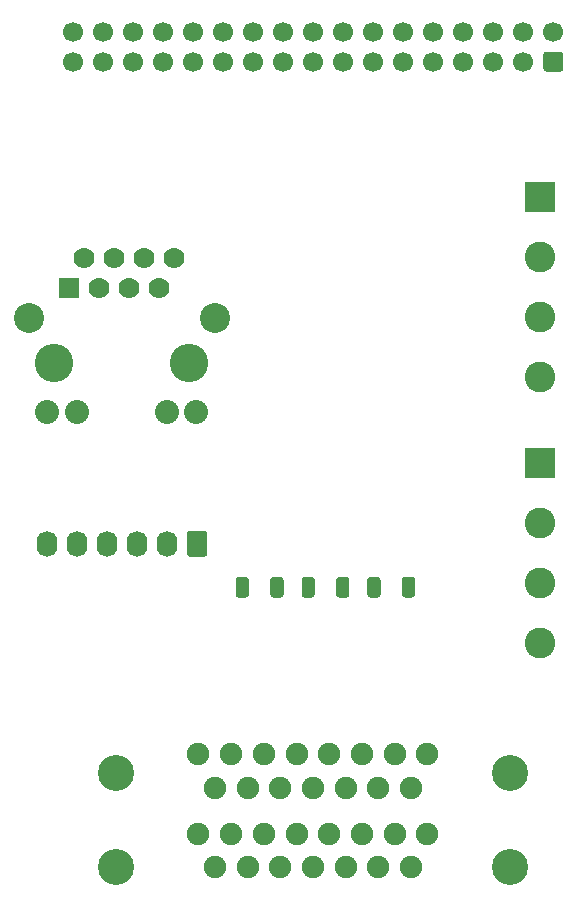
<source format=gbr>
%TF.GenerationSoftware,KiCad,Pcbnew,(5.1.9)-1*%
%TF.CreationDate,2021-06-09T13:11:05-04:00*%
%TF.ProjectId,encoder signal conditioner_rev7,656e636f-6465-4722-9073-69676e616c20,rev?*%
%TF.SameCoordinates,Original*%
%TF.FileFunction,Soldermask,Bot*%
%TF.FilePolarity,Negative*%
%FSLAX46Y46*%
G04 Gerber Fmt 4.6, Leading zero omitted, Abs format (unit mm)*
G04 Created by KiCad (PCBNEW (5.1.9)-1) date 2021-06-09 13:11:05*
%MOMM*%
%LPD*%
G01*
G04 APERTURE LIST*
%ADD10C,3.050000*%
%ADD11C,1.900000*%
%ADD12O,1.740000X2.190000*%
%ADD13C,2.600000*%
%ADD14R,2.600000X2.600000*%
%ADD15C,3.251200*%
%ADD16C,2.540000*%
%ADD17C,2.032000*%
%ADD18C,1.778000*%
%ADD19R,1.778000X1.778000*%
%ADD20C,1.700000*%
G04 APERTURE END LIST*
D10*
%TO.C,U1*%
X144170540Y-122120400D03*
X110850540Y-122120400D03*
X144170540Y-114120400D03*
X110850540Y-114120400D03*
D11*
X117829540Y-112530400D03*
X117829540Y-119280400D03*
X119214540Y-115370400D03*
X120599540Y-112530400D03*
X121984540Y-115370400D03*
X123369540Y-112530400D03*
X124754540Y-115370400D03*
X126139540Y-112530400D03*
X127524540Y-115370400D03*
X128909540Y-112530400D03*
X130294540Y-115370400D03*
X131679540Y-112530400D03*
X133064540Y-115370400D03*
X134449540Y-112530400D03*
X135834540Y-115370400D03*
X137219540Y-112530400D03*
X119214540Y-122120400D03*
X120599540Y-119280400D03*
X121984540Y-122120400D03*
X123369540Y-119280400D03*
X124754540Y-122120400D03*
X126139540Y-119280400D03*
X127524540Y-122120400D03*
X128909540Y-119280400D03*
X130294540Y-122120400D03*
X131679540Y-119280400D03*
X133064540Y-122120400D03*
X134449540Y-119280400D03*
X135834540Y-122120400D03*
X137219540Y-119280400D03*
%TD*%
D12*
%TO.C,J2*%
X105008600Y-94714060D03*
X107548600Y-94714060D03*
X110088600Y-94714060D03*
X112628600Y-94714060D03*
X115168600Y-94714060D03*
G36*
G01*
X118578600Y-93869059D02*
X118578600Y-95559061D01*
G75*
G02*
X118328601Y-95809060I-249999J0D01*
G01*
X117088599Y-95809060D01*
G75*
G02*
X116838600Y-95559061I0J249999D01*
G01*
X116838600Y-93869059D01*
G75*
G02*
X117088599Y-93619060I249999J0D01*
G01*
X118328601Y-93619060D01*
G75*
G02*
X118578600Y-93869059I0J-249999D01*
G01*
G37*
%TD*%
D13*
%TO.C,J4*%
X146740880Y-80571340D03*
X146740880Y-75491340D03*
X146740880Y-70411340D03*
D14*
X146740880Y-65331340D03*
%TD*%
D13*
%TO.C,J5*%
X146740880Y-103164640D03*
X146740880Y-98084640D03*
X146740880Y-93004640D03*
D14*
X146740880Y-87924640D03*
%TD*%
%TO.C,120*%
G36*
G01*
X120981580Y-99027142D02*
X120981580Y-97777138D01*
G75*
G02*
X121231578Y-97527140I249998J0D01*
G01*
X121856582Y-97527140D01*
G75*
G02*
X122106580Y-97777138I0J-249998D01*
G01*
X122106580Y-99027142D01*
G75*
G02*
X121856582Y-99277140I-249998J0D01*
G01*
X121231578Y-99277140D01*
G75*
G02*
X120981580Y-99027142I0J249998D01*
G01*
G37*
G36*
G01*
X123906580Y-99027142D02*
X123906580Y-97777138D01*
G75*
G02*
X124156578Y-97527140I249998J0D01*
G01*
X124781582Y-97527140D01*
G75*
G02*
X125031580Y-97777138I0J-249998D01*
G01*
X125031580Y-99027142D01*
G75*
G02*
X124781582Y-99277140I-249998J0D01*
G01*
X124156578Y-99277140D01*
G75*
G02*
X123906580Y-99027142I0J249998D01*
G01*
G37*
%TD*%
%TO.C,120*%
G36*
G01*
X129477070Y-99027142D02*
X129477070Y-97777138D01*
G75*
G02*
X129727068Y-97527140I249998J0D01*
G01*
X130352072Y-97527140D01*
G75*
G02*
X130602070Y-97777138I0J-249998D01*
G01*
X130602070Y-99027142D01*
G75*
G02*
X130352072Y-99277140I-249998J0D01*
G01*
X129727068Y-99277140D01*
G75*
G02*
X129477070Y-99027142I0J249998D01*
G01*
G37*
G36*
G01*
X126552070Y-99027142D02*
X126552070Y-97777138D01*
G75*
G02*
X126802068Y-97527140I249998J0D01*
G01*
X127427072Y-97527140D01*
G75*
G02*
X127677070Y-97777138I0J-249998D01*
G01*
X127677070Y-99027142D01*
G75*
G02*
X127427072Y-99277140I-249998J0D01*
G01*
X126802068Y-99277140D01*
G75*
G02*
X126552070Y-99027142I0J249998D01*
G01*
G37*
%TD*%
%TO.C,120*%
G36*
G01*
X135047560Y-99027142D02*
X135047560Y-97777138D01*
G75*
G02*
X135297558Y-97527140I249998J0D01*
G01*
X135922562Y-97527140D01*
G75*
G02*
X136172560Y-97777138I0J-249998D01*
G01*
X136172560Y-99027142D01*
G75*
G02*
X135922562Y-99277140I-249998J0D01*
G01*
X135297558Y-99277140D01*
G75*
G02*
X135047560Y-99027142I0J249998D01*
G01*
G37*
G36*
G01*
X132122560Y-99027142D02*
X132122560Y-97777138D01*
G75*
G02*
X132372558Y-97527140I249998J0D01*
G01*
X132997562Y-97527140D01*
G75*
G02*
X133247560Y-97777138I0J-249998D01*
G01*
X133247560Y-99027142D01*
G75*
G02*
X132997562Y-99277140I-249998J0D01*
G01*
X132372558Y-99277140D01*
G75*
G02*
X132122560Y-99027142I0J249998D01*
G01*
G37*
%TD*%
D15*
%TO.C,J1*%
X117068600Y-79451200D03*
X105638600Y-79451200D03*
D16*
X119227600Y-75565000D03*
X103479600Y-75565000D03*
D17*
X115138200Y-83566000D03*
X117652800Y-83566000D03*
X107543600Y-83566000D03*
X105029000Y-83566000D03*
D18*
X115798600Y-70561200D03*
X114528600Y-73101200D03*
X113258600Y-70561200D03*
X111988600Y-73101200D03*
X110718600Y-70561200D03*
X109448600Y-73101200D03*
X108178600Y-70561200D03*
D19*
X106908600Y-73101200D03*
%TD*%
D20*
%TO.C,J3*%
X107231180Y-51358800D03*
X109771180Y-51358800D03*
X112311180Y-51358800D03*
X114851180Y-51358800D03*
X117391180Y-51358800D03*
X119931180Y-51358800D03*
X122471180Y-51358800D03*
X125011180Y-51358800D03*
X127551180Y-51358800D03*
X130091180Y-51358800D03*
X132631180Y-51358800D03*
X135171180Y-51358800D03*
X137711180Y-51358800D03*
X140251180Y-51358800D03*
X142791180Y-51358800D03*
X145331180Y-51358800D03*
X147871180Y-51358800D03*
X107231180Y-53898800D03*
X109771180Y-53898800D03*
X112311180Y-53898800D03*
X114851180Y-53898800D03*
X117391180Y-53898800D03*
X119931180Y-53898800D03*
X122471180Y-53898800D03*
X125011180Y-53898800D03*
X127551180Y-53898800D03*
X130091180Y-53898800D03*
X132631180Y-53898800D03*
X135171180Y-53898800D03*
X137711180Y-53898800D03*
X140251180Y-53898800D03*
X142791180Y-53898800D03*
X145331180Y-53898800D03*
G36*
G01*
X148471180Y-54748800D02*
X147271180Y-54748800D01*
G75*
G02*
X147021180Y-54498800I0J250000D01*
G01*
X147021180Y-53298800D01*
G75*
G02*
X147271180Y-53048800I250000J0D01*
G01*
X148471180Y-53048800D01*
G75*
G02*
X148721180Y-53298800I0J-250000D01*
G01*
X148721180Y-54498800D01*
G75*
G02*
X148471180Y-54748800I-250000J0D01*
G01*
G37*
%TD*%
M02*

</source>
